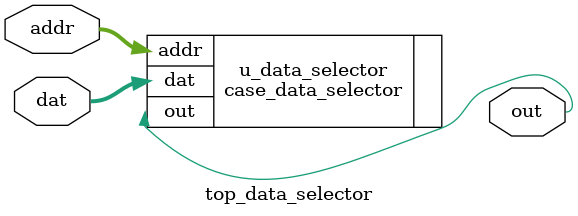
<source format=v>
module top_data_selector (
	input [7:0] dat,
	input [2:0] addr,
	
	output out
);


case_data_selector u_data_selector (
	.dat(dat),
	.addr(addr),
	
	.out(out)
);

endmodule

</source>
